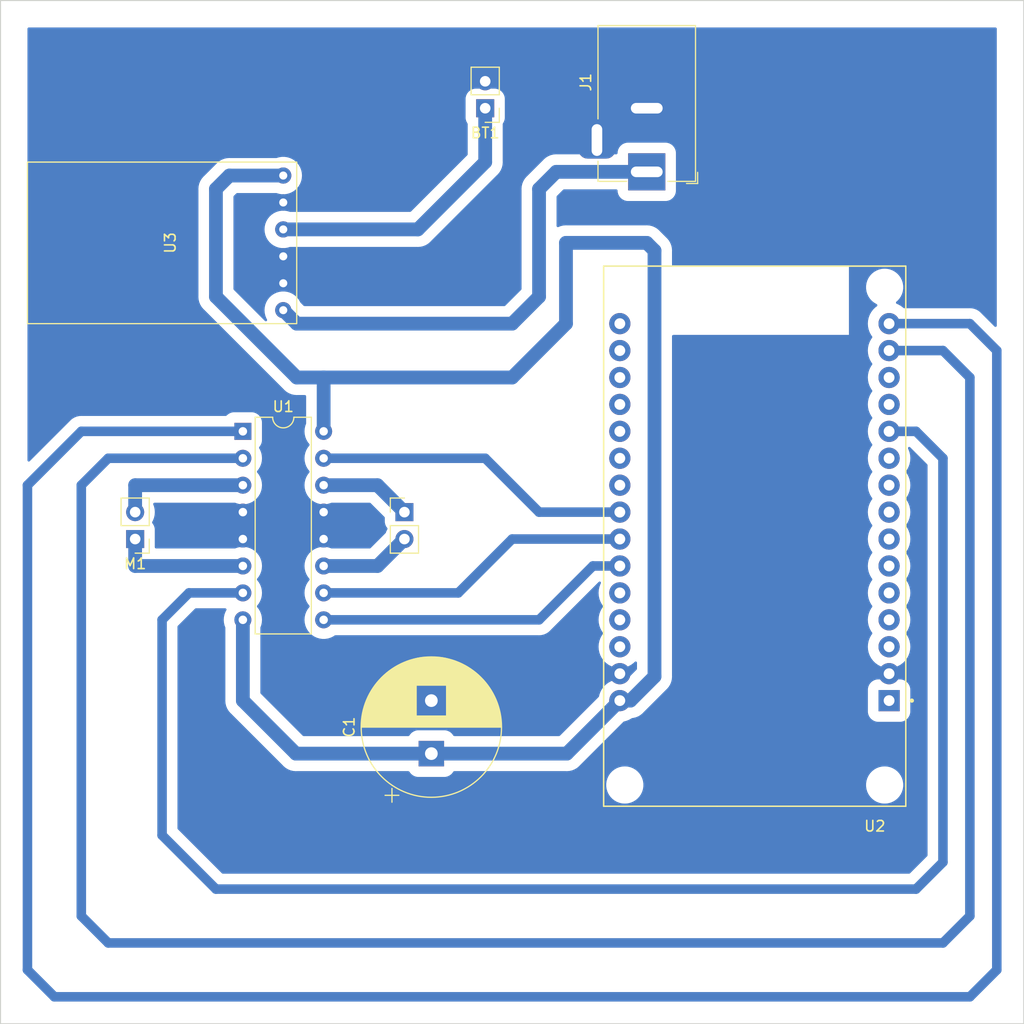
<source format=kicad_pcb>
(kicad_pcb (version 20221018) (generator pcbnew)
  (layers (0 "F.Cu" signal) (31 "B.Cu" signal) (34 "B.Paste" user) (35 "F.Paste" user) (36 "B.SilkS" user "B.Silkscreen") (37 "F.SilkS" user "F.Silkscreen") (38 "B.Mask" user) (39 "F.Mask" user) (44 "Edge.Cuts" user))
  (net 0 "")
  (net 22 "PWM1")
  (net 23 "1Y")
  (net 24 "1A")
  (net 25 "GND")
  (net 26 "2Y")
  (net 27 "2A")
  (net 28 "PWM2")
  (net 29 "4Y")
  (net 30 "3Y")
  (net 31 "3A")
  (net 32 "4A")
  (net 33 "+5V")
  (net 34 "+BATT")
  (net 35 "+VDC")
  (footprint "cd42:mh-cd42" (layer "F.Cu") (at 63.5 83.82 90)
    (fp_text reference "U3" (at 0 0.77 90 unlocked) (layer "F.SilkS"))
    (fp_text value "mh-cd42")
    (fp_rect (start -7.62 -12.7) (end 7.62 12.7) (stroke (width 0.12)) (fill none) (layer "F.SilkS"))
    (pad "1" thru_hole circle (at -6.35 11.43 90) (size 1.524 1.524) (drill 0.762) (layers "*.Cu" "*.Mask") (net 35 "+VDC"))
    (pad "2" thru_hole circle (at -3.81 11.43 90) (size 1.524 1.524) (drill 0.762) (layers "*.Cu" "*.Mask") (net 25 "GND"))
    (pad "3" thru_hole circle (at -1.27 11.43 90) (size 1.524 1.524) (drill 0.762) (layers "*.Cu" "*.Mask") (net 25 "GND"))
    (pad "4" thru_hole circle (at 1.27 11.43 90) (size 1.524 1.524) (drill 0.762) (layers "*.Cu" "*.Mask") (net 34 "+BATT"))
    (pad "5" thru_hole circle (at 3.81 11.43 90) (size 1.524 1.524) (drill 0.762) (layers "*.Cu" "*.Mask") (net 25 "GND"))
    (pad "6" thru_hole circle (at 6.35 11.43 90) (size 1.524 1.524) (drill 0.762) (layers "*.Cu" "*.Mask") (net 33 "+5V"))
  )
  (footprint "Capacitor_THT:CP_Radial_D13.0mm_P5.00mm" (layer "F.Cu") (at 88.9 132 90)
    (fp_text reference "C1" (at 2.5 -7.75 90) (layer "F.SilkS"))
    (fp_text value "1000uF")
    (fp_line (start -4.584569 -3.715) (end -3.284569 -3.715) (stroke (width 0.12)) (layer "F.SilkS"))
    (fp_line (start -3.934569 -4.365) (end -3.934569 -3.065) (stroke (width 0.12)) (layer "F.SilkS"))
    (fp_line (start 2.5 -6.58) (end 2.5 6.58) (stroke (width 0.12)) (layer "F.SilkS"))
    (fp_line (start 2.54 -6.58) (end 2.54 6.58) (stroke (width 0.12)) (layer "F.SilkS"))
    (fp_line (start 2.58 -6.58) (end 2.58 6.58) (stroke (width 0.12)) (layer "F.SilkS"))
    (fp_line (start 2.62 -6.579) (end 2.62 6.579) (stroke (width 0.12)) (layer "F.SilkS"))
    (fp_line (start 2.66 -6.579) (end 2.66 6.579) (stroke (width 0.12)) (layer "F.SilkS"))
    (fp_line (start 2.7 -6.577) (end 2.7 6.577) (stroke (width 0.12)) (layer "F.SilkS"))
    (fp_line (start 2.74 -6.576) (end 2.74 6.576) (stroke (width 0.12)) (layer "F.SilkS"))
    (fp_line (start 2.78 -6.575) (end 2.78 6.575) (stroke (width 0.12)) (layer "F.SilkS"))
    (fp_line (start 2.82 -6.573) (end 2.82 6.573) (stroke (width 0.12)) (layer "F.SilkS"))
    (fp_line (start 2.86 -6.571) (end 2.86 6.571) (stroke (width 0.12)) (layer "F.SilkS"))
    (fp_line (start 2.9 -6.568) (end 2.9 6.568) (stroke (width 0.12)) (layer "F.SilkS"))
    (fp_line (start 2.94 -6.566) (end 2.94 6.566) (stroke (width 0.12)) (layer "F.SilkS"))
    (fp_line (start 2.98 -6.563) (end 2.98 6.563) (stroke (width 0.12)) (layer "F.SilkS"))
    (fp_line (start 3.02 -6.56) (end 3.02 6.56) (stroke (width 0.12)) (layer "F.SilkS"))
    (fp_line (start 3.06 -6.557) (end 3.06 6.557) (stroke (width 0.12)) (layer "F.SilkS"))
    (fp_line (start 3.1 -6.553) (end 3.1 6.553) (stroke (width 0.12)) (layer "F.SilkS"))
    (fp_line (start 3.14 -6.549) (end 3.14 6.549) (stroke (width 0.12)) (layer "F.SilkS"))
    (fp_line (start 3.18 -6.545) (end 3.18 6.545) (stroke (width 0.12)) (layer "F.SilkS"))
    (fp_line (start 3.221 -6.541) (end 3.221 6.541) (stroke (width 0.12)) (layer "F.SilkS"))
    (fp_line (start 3.261 -6.537) (end 3.261 6.537) (stroke (width 0.12)) (layer "F.SilkS"))
    (fp_line (start 3.301 -6.532) (end 3.301 6.532) (stroke (width 0.12)) (layer "F.SilkS"))
    (fp_line (start 3.341 -6.527) (end 3.341 6.527) (stroke (width 0.12)) (layer "F.SilkS"))
    (fp_line (start 3.381 -6.522) (end 3.381 6.522) (stroke (width 0.12)) (layer "F.SilkS"))
    (fp_line (start 3.421 -6.516) (end 3.421 6.516) (stroke (width 0.12)) (layer "F.SilkS"))
    (fp_line (start 3.461 -6.511) (end 3.461 6.511) (stroke (width 0.12)) (layer "F.SilkS"))
    (fp_line (start 3.501 -6.505) (end 3.501 6.505) (stroke (width 0.12)) (layer "F.SilkS"))
    (fp_line (start 3.541 -6.498) (end 3.541 6.498) (stroke (width 0.12)) (layer "F.SilkS"))
    (fp_line (start 3.581 -6.492) (end 3.581 -1.44) (stroke (width 0.12)) (layer "F.SilkS"))
    (fp_line (start 3.581 1.44) (end 3.581 6.492) (stroke (width 0.12)) (layer "F.SilkS"))
    (fp_line (start 3.621 -6.485) (end 3.621 -1.44) (stroke (width 0.12)) (layer "F.SilkS"))
    (fp_line (start 3.621 1.44) (end 3.621 6.485) (stroke (width 0.12)) (layer "F.SilkS"))
    (fp_line (start 3.661 -6.478) (end 3.661 -1.44) (stroke (width 0.12)) (layer "F.SilkS"))
    (fp_line (start 3.661 1.44) (end 3.661 6.478) (stroke (width 0.12)) (layer "F.SilkS"))
    (fp_line (start 3.701 -6.471) (end 3.701 -1.44) (stroke (width 0.12)) (layer "F.SilkS"))
    (fp_line (start 3.701 1.44) (end 3.701 6.471) (stroke (width 0.12)) (layer "F.SilkS"))
    (fp_line (start 3.741 -6.463) (end 3.741 -1.44) (stroke (width 0.12)) (layer "F.SilkS"))
    (fp_line (start 3.741 1.44) (end 3.741 6.463) (stroke (width 0.12)) (layer "F.SilkS"))
    (fp_line (start 3.781 -6.456) (end 3.781 -1.44) (stroke (width 0.12)) (layer "F.SilkS"))
    (fp_line (start 3.781 1.44) (end 3.781 6.456) (stroke (width 0.12)) (layer "F.SilkS"))
    (fp_line (start 3.821 -6.448) (end 3.821 -1.44) (stroke (width 0.12)) (layer "F.SilkS"))
    (fp_line (start 3.821 1.44) (end 3.821 6.448) (stroke (width 0.12)) (layer "F.SilkS"))
    (fp_line (start 3.861 -6.439) (end 3.861 -1.44) (stroke (width 0.12)) (layer "F.SilkS"))
    (fp_line (start 3.861 1.44) (end 3.861 6.439) (stroke (width 0.12)) (layer "F.SilkS"))
    (fp_line (start 3.901 -6.431) (end 3.901 -1.44) (stroke (width 0.12)) (layer "F.SilkS"))
    (fp_line (start 3.901 1.44) (end 3.901 6.431) (stroke (width 0.12)) (layer "F.SilkS"))
    (fp_line (start 3.941 -6.422) (end 3.941 -1.44) (stroke (width 0.12)) (layer "F.SilkS"))
    (fp_line (start 3.941 1.44) (end 3.941 6.422) (stroke (width 0.12)) (layer "F.SilkS"))
    (fp_line (start 3.981 -6.413) (end 3.981 -1.44) (stroke (width 0.12)) (layer "F.SilkS"))
    (fp_line (start 3.981 1.44) (end 3.981 6.413) (stroke (width 0.12)) (layer "F.SilkS"))
    (fp_line (start 4.021 -6.404) (end 4.021 -1.44) (stroke (width 0.12)) (layer "F.SilkS"))
    (fp_line (start 4.021 1.44) (end 4.021 6.404) (stroke (width 0.12)) (layer "F.SilkS"))
    (fp_line (start 4.061 -6.394) (end 4.061 -1.44) (stroke (width 0.12)) (layer "F.SilkS"))
    (fp_line (start 4.061 1.44) (end 4.061 6.394) (stroke (width 0.12)) (layer "F.SilkS"))
    (fp_line (start 4.101 -6.384) (end 4.101 -1.44) (stroke (width 0.12)) (layer "F.SilkS"))
    (fp_line (start 4.101 1.44) (end 4.101 6.384) (stroke (width 0.12)) (layer "F.SilkS"))
    (fp_line (start 4.141 -6.374) (end 4.141 -1.44) (stroke (width 0.12)) (layer "F.SilkS"))
    (fp_line (start 4.141 1.44) (end 4.141 6.374) (stroke (width 0.12)) (layer "F.SilkS"))
    (fp_line (start 4.181 -6.364) (end 4.181 -1.44) (stroke (width 0.12)) (layer "F.SilkS"))
    (fp_line (start 4.181 1.44) (end 4.181 6.364) (stroke (width 0.12)) (layer "F.SilkS"))
    (fp_line (start 4.221 -6.353) (end 4.221 -1.44) (stroke (width 0.12)) (layer "F.SilkS"))
    (fp_line (start 4.221 1.44) (end 4.221 6.353) (stroke (width 0.12)) (layer "F.SilkS"))
    (fp_line (start 4.261 -6.342) (end 4.261 -1.44) (stroke (width 0.12)) (layer "F.SilkS"))
    (fp_line (start 4.261 1.44) (end 4.261 6.342) (stroke (width 0.12)) (layer "F.SilkS"))
    (fp_line (start 4.301 -6.331) (end 4.301 -1.44) (stroke (width 0.12)) (layer "F.SilkS"))
    (fp_line (start 4.301 1.44) (end 4.301 6.331) (stroke (width 0.12)) (layer "F.SilkS"))
    (fp_line (start 4.341 -6.32) (end 4.341 -1.44) (stroke (width 0.12)) (layer "F.SilkS"))
    (fp_line (start 4.341 1.44) (end 4.341 6.32) (stroke (width 0.12)) (layer "F.SilkS"))
    (fp_line (start 4.381 -6.308) (end 4.381 -1.44) (stroke (width 0.12)) (layer "F.SilkS"))
    (fp_line (start 4.381 1.44) (end 4.381 6.308) (stroke (width 0.12)) (layer "F.SilkS"))
    (fp_line (start 4.421 -6.296) (end 4.421 -1.44) (stroke (width 0.12)) (layer "F.SilkS"))
    (fp_line (start 4.421 1.44) (end 4.421 6.296) (stroke (width 0.12)) (layer "F.SilkS"))
    (fp_line (start 4.461 -6.284) (end 4.461 -1.44) (stroke (width 0.12)) (layer "F.SilkS"))
    (fp_line (start 4.461 1.44) (end 4.461 6.284) (stroke (width 0.12)) (layer "F.SilkS"))
    (fp_line (start 4.501 -6.271) (end 4.501 -1.44) (stroke (width 0.12)) (layer "F.SilkS"))
    (fp_line (start 4.501 1.44) (end 4.501 6.271) (stroke (width 0.12)) (layer "F.SilkS"))
    (fp_line (start 4.541 -6.258) (end 4.541 -1.44) (stroke (width 0.12)) (layer "F.SilkS"))
    (fp_line (start 4.541 1.44) (end 4.541 6.258) (stroke (width 0.12)) (layer "F.SilkS"))
    (fp_line (start 4.581 -6.245) (end 4.581 -1.44) (stroke (width 0.12)) (layer "F.SilkS"))
    (fp_line (start 4.581 1.44) (end 4.581 6.245) (stroke (width 0.12)) (layer "F.SilkS"))
    (fp_line (start 4.621 -6.232) (end 4.621 -1.44) (stroke (width 0.12)) (layer "F.SilkS"))
    (fp_line (start 4.621 1.44) (end 4.621 6.232) (stroke (width 0.12)) (layer "F.SilkS"))
    (fp_line (start 4.661 -6.218) (end 4.661 -1.44) (stroke (width 0.12)) (layer "F.SilkS"))
    (fp_line (start 4.661 1.44) (end 4.661 6.218) (stroke (width 0.12)) (layer "F.SilkS"))
    (fp_line (start 4.701 -6.204) (end 4.701 -1.44) (stroke (width 0.12)) (layer "F.SilkS"))
    (fp_line (start 4.701 1.44) (end 4.701 6.204) (stroke (width 0.12)) (layer "F.SilkS"))
    (fp_line (start 4.741 -6.19) (end 4.741 -1.44) (stroke (width 0.12)) (layer "F.SilkS"))
    (fp_line (start 4.741 1.44) (end 4.741 6.19) (stroke (width 0.12)) (layer "F.SilkS"))
    (fp_line (start 4.781 -6.175) (end 4.781 -1.44) (stroke (width 0.12)) (layer "F.SilkS"))
    (fp_line (start 4.781 1.44) (end 4.781 6.175) (stroke (width 0.12)) (layer "F.SilkS"))
    (fp_line (start 4.821 -6.161) (end 4.821 -1.44) (stroke (width 0.12)) (layer "F.SilkS"))
    (fp_line (start 4.821 1.44) (end 4.821 6.161) (stroke (width 0.12)) (layer "F.SilkS"))
    (fp_line (start 4.861 -6.146) (end 4.861 -1.44) (stroke (width 0.12)) (layer "F.SilkS"))
    (fp_line (start 4.861 1.44) (end 4.861 6.146) (stroke (width 0.12)) (layer "F.SilkS"))
    (fp_line (start 4.901 -6.13) (end 4.901 -1.44) (stroke (width 0.12)) (layer "F.SilkS"))
    (fp_line (start 4.901 1.44) (end 4.901 6.13) (stroke (width 0.12)) (layer "F.SilkS"))
    (fp_line (start 4.941 -6.114) (end 4.941 -1.44) (stroke (width 0.12)) (layer "F.SilkS"))
    (fp_line (start 4.941 1.44) (end 4.941 6.114) (stroke (width 0.12)) (layer "F.SilkS"))
    (fp_line (start 4.981 -6.098) (end 4.981 -1.44) (stroke (width 0.12)) (layer "F.SilkS"))
    (fp_line (start 4.981 1.44) (end 4.981 6.098) (stroke (width 0.12)) (layer "F.SilkS"))
    (fp_line (start 5.021 -6.082) (end 5.021 -1.44) (stroke (width 0.12)) (layer "F.SilkS"))
    (fp_line (start 5.021 1.44) (end 5.021 6.082) (stroke (width 0.12)) (layer "F.SilkS"))
    (fp_line (start 5.061 -6.065) (end 5.061 -1.44) (stroke (width 0.12)) (layer "F.SilkS"))
    (fp_line (start 5.061 1.44) (end 5.061 6.065) (stroke (width 0.12)) (layer "F.SilkS"))
    (fp_line (start 5.101 -6.049) (end 5.101 -1.44) (stroke (width 0.12)) (layer "F.SilkS"))
    (fp_line (start 5.101 1.44) (end 5.101 6.049) (stroke (width 0.12)) (layer "F.SilkS"))
    (fp_line (start 5.141 -6.031) (end 5.141 -1.44) (stroke (width 0.12)) (layer "F.SilkS"))
    (fp_line (start 5.141 1.44) (end 5.141 6.031) (stroke (width 0.12)) (layer "F.SilkS"))
    (fp_line (start 5.181 -6.014) (end 5.181 -1.44) (stroke (width 0.12)) (layer "F.SilkS"))
    (fp_line (start 5.181 1.44) (end 5.181 6.014) (stroke (width 0.12)) (layer "F.SilkS"))
    (fp_line (start 5.221 -5.996) (end 5.221 -1.44) (stroke (width 0.12)) (layer "F.SilkS"))
    (fp_line (start 5.221 1.44) (end 5.221 5.996) (stroke (width 0.12)) (layer "F.SilkS"))
    (fp_line (start 5.261 -5.978) (end 5.261 -1.44) (stroke (width 0.12)) (layer "F.SilkS"))
    (fp_line (start 5.261 1.44) (end 5.261 5.978) (stroke (width 0.12)) (layer "F.SilkS"))
    (fp_line (start 5.301 -5.959) (end 5.301 -1.44) (stroke (width 0.12)) (layer "F.SilkS"))
    (fp_line (start 5.301 1.44) (end 5.301 5.959) (stroke (width 0.12)) (layer "F.SilkS"))
    (fp_line (start 5.341 -5.94) (end 5.341 -1.44) (stroke (width 0.12)) (layer "F.SilkS"))
    (fp_line (start 5.341 1.44) (end 5.341 5.94) (stroke (width 0.12)) (layer "F.SilkS"))
    (fp_line (start 5.381 -5.921) (end 5.381 -1.44) (stroke (width 0.12)) (layer "F.SilkS"))
    (fp_line (start 5.381 1.44) (end 5.381 5.921) (stroke (width 0.12)) (layer "F.SilkS"))
    (fp_line (start 5.421 -5.902) (end 5.421 -1.44) (stroke (width 0.12)) (layer "F.SilkS"))
    (fp_line (start 5.421 1.44) (end 5.421 5.902) (stroke (width 0.12)) (layer "F.SilkS"))
    (fp_line (start 5.461 -5.882) (end 5.461 -1.44) (stroke (width 0.12)) (layer "F.SilkS"))
    (fp_line (start 5.461 1.44) (end 5.461 5.882) (stroke (width 0.12)) (layer "F.SilkS"))
    (fp_line (start 5.501 -5.862) (end 5.501 -1.44) (stroke (width 0.12)) (layer "F.SilkS"))
    (fp_line (start 5.501 1.44) (end 5.501 5.862) (stroke (width 0.12)) (layer "F.SilkS"))
    (fp_line (start 5.541 -5.841) (end 5.541 -1.44) (stroke (width 0.12)) (layer "F.SilkS"))
    (fp_line (start 5.541 1.44) (end 5.541 5.841) (stroke (width 0.12)) (layer "F.SilkS"))
    (fp_line (start 5.581 -5.82) (end 5.581 -1.44) (stroke (width 0.12)) (layer "F.SilkS"))
    (fp_line (start 5.581 1.44) (end 5.581 5.82) (stroke (width 0.12)) (layer "F.SilkS"))
    (fp_line (start 5.621 -5.799) (end 5.621 -1.44) (stroke (width 0.12)) (layer "F.SilkS"))
    (fp_line (start 5.621 1.44) (end 5.621 5.799) (stroke (width 0.12)) (layer "F.SilkS"))
    (fp_line (start 5.661 -5.778) (end 5.661 -1.44) (stroke (width 0.12)) (layer "F.SilkS"))
    (fp_line (start 5.661 1.44) (end 5.661 5.778) (stroke (width 0.12)) (layer "F.SilkS"))
    (fp_line (start 5.701 -5.756) (end 5.701 -1.44) (stroke (width 0.12)) (layer "F.SilkS"))
    (fp_line (start 5.701 1.44) (end 5.701 5.756) (stroke (width 0.12)) (layer "F.SilkS"))
    (fp_line (start 5.741 -5.733) (end 5.741 -1.44) (stroke (width 0.12)) (layer "F.SilkS"))
    (fp_line (start 5.741 1.44) (end 5.741 5.733) (stroke (width 0.12)) (layer "F.SilkS"))
    (fp_line (start 5.781 -5.711) (end 5.781 -1.44) (stroke (width 0.12)) (layer "F.SilkS"))
    (fp_line (start 5.781 1.44) (end 5.781 5.711) (stroke (width 0.12)) (layer "F.SilkS"))
    (fp_line (start 5.821 -5.688) (end 5.821 -1.44) (stroke (width 0.12)) (layer "F.SilkS"))
    (fp_line (start 5.821 1.44) (end 5.821 5.688) (stroke (width 0.12)) (layer "F.SilkS"))
    (fp_line (start 5.861 -5.664) (end 5.861 -1.44) (stroke (width 0.12)) (layer "F.SilkS"))
    (fp_line (start 5.861 1.44) (end 5.861 5.664) (stroke (width 0.12)) (layer "F.SilkS"))
    (fp_line (start 5.901 -5.641) (end 5.901 -1.44) (stroke (width 0.12)) (layer "F.SilkS"))
    (fp_line (start 5.901 1.44) (end 5.901 5.641) (stroke (width 0.12)) (layer "F.SilkS"))
    (fp_line (start 5.941 -5.617) (end 5.941 -1.44) (stroke (width 0.12)) (layer "F.SilkS"))
    (fp_line (start 5.941 1.44) (end 5.941 5.617) (stroke (width 0.12)) (layer "F.SilkS"))
    (fp_line (start 5.981 -5.592) (end 5.981 -1.44) (stroke (width 0.12)) (layer "F.SilkS"))
    (fp_line (start 5.981 1.44) (end 5.981 5.592) (stroke (width 0.12)) (layer "F.SilkS"))
    (fp_line (start 6.021 -5.567) (end 6.021 -1.44) (stroke (width 0.12)) (layer "F.SilkS"))
    (fp_line (start 6.021 1.44) (end 6.021 5.567) (stroke (width 0.12)) (layer "F.SilkS"))
    (fp_line (start 6.061 -5.542) (end 6.061 -1.44) (stroke (width 0.12)) (layer "F.SilkS"))
    (fp_line (start 6.061 1.44) (end 6.061 5.542) (stroke (width 0.12)) (layer "F.SilkS"))
    (fp_line (start 6.101 -5.516) (end 6.101 -1.44) (stroke (width 0.12)) (layer "F.SilkS"))
    (fp_line (start 6.101 1.44) (end 6.101 5.516) (stroke (width 0.12)) (layer "F.SilkS"))
    (fp_line (start 6.141 -5.49) (end 6.141 -1.44) (stroke (width 0.12)) (layer "F.SilkS"))
    (fp_line (start 6.141 1.44) (end 6.141 5.49) (stroke (width 0.12)) (layer "F.SilkS"))
    (fp_line (start 6.181 -5.463) (end 6.181 -1.44) (stroke (width 0.12)) (layer "F.SilkS"))
    (fp_line (start 6.181 1.44) (end 6.181 5.463) (stroke (width 0.12)) (layer "F.SilkS"))
    (fp_line (start 6.221 -5.436) (end 6.221 -1.44) (stroke (width 0.12)) (layer "F.SilkS"))
    (fp_line (start 6.221 1.44) (end 6.221 5.436) (stroke (width 0.12)) (layer "F.SilkS"))
    (fp_line (start 6.261 -5.409) (end 6.261 -1.44) (stroke (width 0.12)) (layer "F.SilkS"))
    (fp_line (start 6.261 1.44) (end 6.261 5.409) (stroke (width 0.12)) (layer "F.SilkS"))
    (fp_line (start 6.301 -5.381) (end 6.301 -1.44) (stroke (width 0.12)) (layer "F.SilkS"))
    (fp_line (start 6.301 1.44) (end 6.301 5.381) (stroke (width 0.12)) (layer "F.SilkS"))
    (fp_line (start 6.341 -5.353) (end 6.341 -1.44) (stroke (width 0.12)) (layer "F.SilkS"))
    (fp_line (start 6.341 1.44) (end 6.341 5.353) (stroke (width 0.12)) (layer "F.SilkS"))
    (fp_line (start 6.381 -5.324) (end 6.381 -1.44) (stroke (width 0.12)) (layer "F.SilkS"))
    (fp_line (start 6.381 1.44) (end 6.381 5.324) (stroke (width 0.12)) (layer "F.SilkS"))
    (fp_line (start 6.421 -5.295) (end 6.421 -1.44) (stroke (width 0.12)) (layer "F.SilkS"))
    (fp_line (start 6.421 1.44) (end 6.421 5.295) (stroke (width 0.12)) (layer "F.SilkS"))
    (fp_line (start 6.461 -5.265) (end 6.461 5.265) (stroke (width 0.12)) (layer "F.SilkS"))
    (fp_line (start 6.501 -5.235) (end 6.501 5.235) (stroke (width 0.12)) (layer "F.SilkS"))
    (fp_line (start 6.541 -5.205) (end 6.541 5.205) (stroke (width 0.12)) (layer "F.SilkS"))
    (fp_line (start 6.581 -5.174) (end 6.581 5.174) (stroke (width 0.12)) (layer "F.SilkS"))
    (fp_line (start 6.621 -5.142) (end 6.621 5.142) (stroke (width 0.12)) (layer "F.SilkS"))
    (fp_line (start 6.661 -5.11) (end 6.661 5.11) (stroke (width 0.12)) (layer "F.SilkS"))
    (fp_line (start 6.701 -5.078) (end 6.701 5.078) (stroke (width 0.12)) (layer "F.SilkS"))
    (fp_line (start 6.741 -5.044) (end 6.741 5.044) (stroke (width 0.12)) (layer "F.SilkS"))
    (fp_line (start 6.781 -5.011) (end 6.781 5.011) (stroke (width 0.12)) (layer "F.SilkS"))
    (fp_line (start 6.821 -4.977) (end 6.821 4.977) (stroke (width 0.12)) (layer "F.SilkS"))
    (fp_line (start 6.861 -4.942) (end 6.861 4.942) (stroke (width 0.12)) (layer "F.SilkS"))
    (fp_line (start 6.901 -4.907) (end 6.901 4.907) (stroke (width 0.12)) (layer "F.SilkS"))
    (fp_line (start 6.941 -4.871) (end 6.941 4.871) (stroke (width 0.12)) (layer "F.SilkS"))
    (fp_line (start 6.981 -4.834) (end 6.981 4.834) (stroke (width 0.12)) (layer "F.SilkS"))
    (fp_line (start 7.021 -4.797) (end 7.021 4.797) (stroke (width 0.12)) (layer "F.SilkS"))
    (fp_line (start 7.061 -4.76) (end 7.061 4.76) (stroke (width 0.12)) (layer "F.SilkS"))
    (fp_line (start 7.101 -4.721) (end 7.101 4.721) (stroke (width 0.12)) (layer "F.SilkS"))
    (fp_line (start 7.141 -4.682) (end 7.141 4.682) (stroke (width 0.12)) (layer "F.SilkS"))
    (fp_line (start 7.181 -4.643) (end 7.181 4.643) (stroke (width 0.12)) (layer "F.SilkS"))
    (fp_line (start 7.221 -4.602) (end 7.221 4.602) (stroke (width 0.12)) (layer "F.SilkS"))
    (fp_line (start 7.261 -4.561) (end 7.261 4.561) (stroke (width 0.12)) (layer "F.SilkS"))
    (fp_line (start 7.301 -4.519) (end 7.301 4.519) (stroke (width 0.12)) (layer "F.SilkS"))
    (fp_line (start 7.341 -4.477) (end 7.341 4.477) (stroke (width 0.12)) (layer "F.SilkS"))
    (fp_line (start 7.381 -4.434) (end 7.381 4.434) (stroke (width 0.12)) (layer "F.SilkS"))
    (fp_line (start 7.421 -4.39) (end 7.421 4.39) (stroke (width 0.12)) (layer "F.SilkS"))
    (fp_line (start 7.461 -4.345) (end 7.461 4.345) (stroke (width 0.12)) (layer "F.SilkS"))
    (fp_line (start 7.501 -4.299) (end 7.501 4.299) (stroke (width 0.12)) (layer "F.SilkS"))
    (fp_line (start 7.541 -4.253) (end 7.541 4.253) (stroke (width 0.12)) (layer "F.SilkS"))
    (fp_line (start 7.581 -4.205) (end 7.581 4.205) (stroke (width 0.12)) (layer "F.SilkS"))
    (fp_line (start 7.621 -4.157) (end 7.621 4.157) (stroke (width 0.12)) (layer "F.SilkS"))
    (fp_line (start 7.661 -4.108) (end 7.661 4.108) (stroke (width 0.12)) (layer "F.SilkS"))
    (fp_line (start 7.701 -4.057) (end 7.701 4.057) (stroke (width 0.12)) (layer "F.SilkS"))
    (fp_line (start 7.741 -4.006) (end 7.741 4.006) (stroke (width 0.12)) (layer "F.SilkS"))
    (fp_line (start 7.781 -3.954) (end 7.781 3.954) (stroke (width 0.12)) (layer "F.SilkS"))
    (fp_line (start 7.821 -3.9) (end 7.821 3.9) (stroke (width 0.12)) (layer "F.SilkS"))
    (fp_line (start 7.861 -3.846) (end 7.861 3.846) (stroke (width 0.12)) (layer "F.SilkS"))
    (fp_line (start 7.901 -3.79) (end 7.901 3.79) (stroke (width 0.12)) (layer "F.SilkS"))
    (fp_line (start 7.941 -3.733) (end 7.941 3.733) (stroke (width 0.12)) (layer "F.SilkS"))
    (fp_line (start 7.981 -3.675) (end 7.981 3.675) (stroke (width 0.12)) (layer "F.SilkS"))
    (fp_line (start 8.021 -3.615) (end 8.021 3.615) (stroke (width 0.12)) (layer "F.SilkS"))
    (fp_line (start 8.061 -3.554) (end 8.061 3.554) (stroke (width 0.12)) (layer "F.SilkS"))
    (fp_line (start 8.101 -3.491) (end 8.101 3.491) (stroke (width 0.12)) (layer "F.SilkS"))
    (fp_line (start 8.141 -3.427) (end 8.141 3.427) (stroke (width 0.12)) (layer "F.SilkS"))
    (fp_line (start 8.181 -3.361) (end 8.181 3.361) (stroke (width 0.12)) (layer "F.SilkS"))
    (fp_line (start 8.221 -3.293) (end 8.221 3.293) (stroke (width 0.12)) (layer "F.SilkS"))
    (fp_line (start 8.261 -3.223) (end 8.261 3.223) (stroke (width 0.12)) (layer "F.SilkS"))
    (fp_line (start 8.301 -3.152) (end 8.301 3.152) (stroke (width 0.12)) (layer "F.SilkS"))
    (fp_line (start 8.341 -3.078) (end 8.341 3.078) (stroke (width 0.12)) (layer "F.SilkS"))
    (fp_line (start 8.381 -3.002) (end 8.381 3.002) (stroke (width 0.12)) (layer "F.SilkS"))
    (fp_line (start 8.421 -2.923) (end 8.421 2.923) (stroke (width 0.12)) (layer "F.SilkS"))
    (fp_line (start 8.461 -2.842) (end 8.461 2.842) (stroke (width 0.12)) (layer "F.SilkS"))
    (fp_line (start 8.501 -2.758) (end 8.501 2.758) (stroke (width 0.12)) (layer "F.SilkS"))
    (fp_line (start 8.541 -2.67) (end 8.541 2.67) (stroke (width 0.12)) (layer "F.SilkS"))
    (fp_line (start 8.581 -2.579) (end 8.581 2.579) (stroke (width 0.12)) (layer "F.SilkS"))
    (fp_line (start 8.621 -2.484) (end 8.621 2.484) (stroke (width 0.12)) (layer "F.SilkS"))
    (fp_line (start 8.661 -2.385) (end 8.661 2.385) (stroke (width 0.12)) (layer "F.SilkS"))
    (fp_line (start 8.701 -2.281) (end 8.701 2.281) (stroke (width 0.12)) (layer "F.SilkS"))
    (fp_line (start 8.741 -2.171) (end 8.741 2.171) (stroke (width 0.12)) (layer "F.SilkS"))
    (fp_line (start 8.781 -2.055) (end 8.781 2.055) (stroke (width 0.12)) (layer "F.SilkS"))
    (fp_line (start 8.821 -1.931) (end 8.821 1.931) (stroke (width 0.12)) (layer "F.SilkS"))
    (fp_line (start 8.861 -1.798) (end 8.861 1.798) (stroke (width 0.12)) (layer "F.SilkS"))
    (fp_line (start 8.901 -1.653) (end 8.901 1.653) (stroke (width 0.12)) (layer "F.SilkS"))
    (fp_line (start 8.941 -1.494) (end 8.941 1.494) (stroke (width 0.12)) (layer "F.SilkS"))
    (fp_line (start 8.981 -1.315) (end 8.981 1.315) (stroke (width 0.12)) (layer "F.SilkS"))
    (fp_line (start 9.021 -1.107) (end 9.021 1.107) (stroke (width 0.12)) (layer "F.SilkS"))
    (fp_line (start 9.061 -0.85) (end 9.061 0.85) (stroke (width 0.12)) (layer "F.SilkS"))
    (fp_line (start 9.101 -0.475) (end 9.101 0.475) (stroke (width 0.12)) (layer "F.SilkS"))
    (fp_circle (center 2.5 0) (end 9.12 0) (stroke (width 0.12)) (fill none) (layer "F.SilkS"))
    (pad "1" thru_hole rect (at 0 0 90) (size 2.4 2.4) (drill 1.2) (layers "*.Cu" "*.Mask") (net 33 "+5V"))
    (pad "2" thru_hole circle (at 5 0 90) (size 2.4 2.4) (drill 1.2) (layers "*.Cu" "*.Mask") (net 25 "GND"))
  )
  (footprint "Package_DIP:DIP-16_W7.62mm" (layer "F.Cu") (at 71.12 101.6)
    (fp_text reference "U1" (at 3.81 -2.33) (layer "F.SilkS"))
    (fp_text value "L293D")
    (fp_line (start 1.16 -1.33) (end 1.16 19.11) (stroke (width 0.12)) (layer "F.SilkS"))
    (fp_line (start 1.16 19.11) (end 6.46 19.11) (stroke (width 0.12)) (layer "F.SilkS"))
    (fp_line (start 2.81 -1.33) (end 1.16 -1.33) (stroke (width 0.12)) (layer "F.SilkS"))
    (fp_line (start 6.46 -1.33) (end 4.81 -1.33) (stroke (width 0.12)) (layer "F.SilkS"))
    (fp_line (start 6.46 19.11) (end 6.46 -1.33) (stroke (width 0.12)) (layer "F.SilkS"))
    (fp_arc (start 4.81 -1.33) (mid 3.81 -0.33) (end 2.81 -1.33) (stroke (width 0.12)) (layer "F.SilkS"))
    (pad "1" thru_hole rect (at 0 0) (size 1.6 1.6) (drill 0.8) (layers "*.Cu" "*.Mask") (net 22 "PWM1"))
    (pad "2" thru_hole oval (at 0 2.54) (size 1.6 1.6) (drill 0.8) (layers "*.Cu" "*.Mask") (net 24 "1A"))
    (pad "3" thru_hole oval (at 0 5.08) (size 1.6 1.6) (drill 0.8) (layers "*.Cu" "*.Mask") (net 23 "1Y"))
    (pad "4" thru_hole oval (at 0 7.62) (size 1.6 1.6) (drill 0.8) (layers "*.Cu" "*.Mask") (net 25 "GND"))
    (pad "5" thru_hole oval (at 0 10.16) (size 1.6 1.6) (drill 0.8) (layers "*.Cu" "*.Mask") (net 25 "GND"))
    (pad "6" thru_hole oval (at 0 12.7) (size 1.6 1.6) (drill 0.8) (layers "*.Cu" "*.Mask") (net 26 "2Y"))
    (pad "7" thru_hole oval (at 0 15.24) (size 1.6 1.6) (drill 0.8) (layers "*.Cu" "*.Mask") (net 27 "2A"))
    (pad "8" thru_hole oval (at 0 17.78) (size 1.6 1.6) (drill 0.8) (layers "*.Cu" "*.Mask") (net 33 "+5V"))
    (pad "9" thru_hole oval (at 7.62 17.78) (size 1.6 1.6) (drill 0.8) (layers "*.Cu" "*.Mask") (net 28 "PWM2"))
    (pad "10" thru_hole oval (at 7.62 15.24) (size 1.6 1.6) (drill 0.8) (layers "*.Cu" "*.Mask") (net 31 "3A"))
    (pad "11" thru_hole oval (at 7.62 12.7) (size 1.6 1.6) (drill 0.8) (layers "*.Cu" "*.Mask") (net 30 "3Y"))
    (pad "12" thru_hole oval (at 7.62 10.16) (size 1.6 1.6) (drill 0.8) (layers "*.Cu" "*.Mask") (net 25 "GND"))
    (pad "13" thru_hole oval (at 7.62 7.62) (size 1.6 1.6) (drill 0.8) (layers "*.Cu" "*.Mask") (net 25 "GND"))
    (pad "14" thru_hole oval (at 7.62 5.08) (size 1.6 1.6) (drill 0.8) (layers "*.Cu" "*.Mask") (net 29 "4Y"))
    (pad "15" thru_hole oval (at 7.62 2.54) (size 1.6 1.6) (drill 0.8) (layers "*.Cu" "*.Mask") (net 32 "4A"))
    (pad "16" thru_hole oval (at 7.62 0) (size 1.6 1.6) (drill 0.8) (layers "*.Cu" "*.Mask") (net 33 "+5V"))
  )
  (footprint "Connector_PinHeader_2.54mm:PinHeader_1x02_P2.54mm_Vertical" (layer "F.Cu") (at 60.96 111.76 180)
    (fp_text reference "M1" (at 0 -2.33) (layer "F.SilkS"))
    (fp_text value "Motor_DC")
    (fp_line (start -1.33 -1.33) (end 0 -1.33) (stroke (width 0.12)) (layer "F.SilkS"))
    (fp_line (start -1.33 0) (end -1.33 -1.33) (stroke (width 0.12)) (layer "F.SilkS"))
    (fp_line (start -1.33 1.27) (end -1.33 3.87) (stroke (width 0.12)) (layer "F.SilkS"))
    (fp_line (start -1.33 1.27) (end 1.33 1.27) (stroke (width 0.12)) (layer "F.SilkS"))
    (fp_line (start -1.33 3.87) (end 1.33 3.87) (stroke (width 0.12)) (layer "F.SilkS"))
    (fp_line (start 1.33 1.27) (end 1.33 3.87) (stroke (width 0.12)) (layer "F.SilkS"))
    (pad "1" thru_hole rect (at 0 0 180) (size 1.7 1.7) (drill 1) (layers "*.Cu" "*.Mask") (net 26 "2Y"))
    (pad "2" thru_hole oval (at 0 2.54 180) (size 1.7 1.7) (drill 1) (layers "*.Cu" "*.Mask") (net 23 "1Y"))
  )
  (footprint "ESP32-DEVKIT-V1:MODULE_ESP32_DEVKIT_V1" (layer "F.Cu") (at 119.38 111.485 180)
    (fp_text reference "U2" (at -11.355 -27.36) (layer "F.SilkS"))
    (fp_text value "ESP32-DEVKIT-V1")
    (fp_line (start -14.28 -25.475) (end -3.211 -25.475) (stroke (width 0.127)) (layer "F.SilkS"))
    (fp_line (start -14.28 -25.475) (end 14.23 -25.475) (stroke (width 0.127)) (layer "F.SilkS"))
    (fp_line (start -14.28 25.475) (end -14.28 -25.475) (stroke (width 0.127)) (layer "F.SilkS"))
    (fp_line (start -14.28 25.475) (end -14.28 -25.475) (stroke (width 0.127)) (layer "F.SilkS"))
    (fp_line (start -14.28 25.475) (end -8.91 25.475) (stroke (width 0.127)) (layer "F.SilkS"))
    (fp_line (start -8.91 25.475) (end 8.78 25.475) (stroke (width 0.127)) (layer "F.SilkS"))
    (fp_line (start -3.211 -25.475) (end 3.5 -25.475) (stroke (width 0.127)) (layer "F.SilkS"))
    (fp_line (start 3.5 -25.475) (end 14.23 -25.475) (stroke (width 0.127)) (layer "F.SilkS"))
    (fp_line (start 8.78 25.475) (end 14.23 25.475) (stroke (width 0.127)) (layer "F.SilkS"))
    (fp_line (start 14.23 -25.475) (end 14.23 25.475) (stroke (width 0.127)) (layer "F.SilkS"))
    (fp_line (start 14.23 -25.475) (end 14.23 25.475) (stroke (width 0.127)) (layer "F.SilkS"))
    (fp_line (start 14.23 25.475) (end -14.28 25.475) (stroke (width 0.127)) (layer "F.SilkS"))
    (fp_circle (center -14.85 -15.515) (end -14.75 -15.515) (stroke (width 0.2)) (fill none) (layer "F.SilkS"))
    (pad "" np_thru_hole circle (at -12.28 -23.475 180) (size 3 3) (drill 3) (layers "*.Cu" "*.Mask"))
    (pad "" np_thru_hole circle (at -12.28 23.475 180) (size 3 3) (drill 3) (layers "*.Cu" "*.Mask"))
    (pad "" np_thru_hole circle (at 12.23 -23.475 180) (size 3 3) (drill 3) (layers "*.Cu" "*.Mask"))
    (pad "" np_thru_hole circle (at 12.23 23.475 180) (size 3 3) (drill 3) (layers "*.Cu" "*.Mask"))
    (pad "1" thru_hole rect (at -12.7 -15.515 180) (size 2 2) (drill 1.02) (layers "*.Cu" "*.Mask"))
    (pad "2" thru_hole circle (at -12.7 -12.975 180) (size 2 2) (drill 1.02) (layers "*.Cu" "*.Mask") (net 25 "GND"))
    (pad "3" thru_hole circle (at -12.7 -10.435 180) (size 2 2) (drill 1.02) (layers "*.Cu" "*.Mask"))
    (pad "4" thru_hole circle (at -12.7 -7.895 180) (size 2 2) (drill 1.02) (layers "*.Cu" "*.Mask"))
    (pad "5" thru_hole circle (at -12.7 -5.355 180) (size 2 2) (drill 1.02) (layers "*.Cu" "*.Mask"))
    (pad "6" thru_hole circle (at -12.7 -2.815 180) (size 2 2) (drill 1.02) (layers "*.Cu" "*.Mask"))
    (pad "7" thru_hole circle (at -12.7 -0.275 180) (size 2 2) (drill 1.02) (layers "*.Cu" "*.Mask"))
    (pad "8" thru_hole circle (at -12.7 2.265 180) (size 2 2) (drill 1.02) (layers "*.Cu" "*.Mask"))
    (pad "9" thru_hole circle (at -12.7 4.805 180) (size 2 2) (drill 1.02) (layers "*.Cu" "*.Mask"))
    (pad "10" thru_hole circle (at -12.7 7.345 180) (size 2 2) (drill 1.02) (layers "*.Cu" "*.Mask"))
    (pad "11" thru_hole circle (at -12.7 9.885 180) (size 2 2) (drill 1.02) (layers "*.Cu" "*.Mask") (net 27 "2A"))
    (pad "12" thru_hole circle (at -12.7 12.425 180) (size 2 2) (drill 1.02) (layers "*.Cu" "*.Mask"))
    (pad "13" thru_hole circle (at -12.7 14.965 180) (size 2 2) (drill 1.02) (layers "*.Cu" "*.Mask"))
    (pad "14" thru_hole circle (at -12.7 17.505 180) (size 2 2) (drill 1.02) (layers "*.Cu" "*.Mask") (net 24 "1A"))
    (pad "15" thru_hole circle (at -12.7 20.045 180) (size 2 2) (drill 1.02) (layers "*.Cu" "*.Mask") (net 22 "PWM1"))
    (pad "16" thru_hole circle (at 12.7 20.045 180) (size 2 2) (drill 1.02) (layers "*.Cu" "*.Mask"))
    (pad "17" thru_hole circle (at 12.7 17.505 180) (size 2 2) (drill 1.02) (layers "*.Cu" "*.Mask"))
    (pad "18" thru_hole circle (at 12.7 14.965 180) (size 2 2) (drill 1.02) (layers "*.Cu" "*.Mask"))
    (pad "19" thru_hole circle (at 12.7 12.425 180) (size 2 2) (drill 1.02) (layers "*.Cu" "*.Mask"))
    (pad "20" thru_hole circle (at 12.7 9.885 180) (size 2 2) (drill 1.02) (layers "*.Cu" "*.Mask"))
    (pad "21" thru_hole circle (at 12.7 7.345 180) (size 2 2) (drill 1.02) (layers "*.Cu" "*.Mask"))
    (pad "22" thru_hole circle (at 12.7 4.805 180) (size 2 2) (drill 1.02) (layers "*.Cu" "*.Mask"))
    (pad "23" thru_hole circle (at 12.7 2.265 180) (size 2 2) (drill 1.02) (layers "*.Cu" "*.Mask") (net 32 "4A"))
    (pad "24" thru_hole circle (at 12.7 -0.275 180) (size 2 2) (drill 1.02) (layers "*.Cu" "*.Mask") (net 31 "3A"))
    (pad "25" thru_hole circle (at 12.7 -2.815 180) (size 2 2) (drill 1.02) (layers "*.Cu" "*.Mask") (net 28 "PWM2"))
    (pad "26" thru_hole circle (at 12.7 -5.355 180) (size 2 2) (drill 1.02) (layers "*.Cu" "*.Mask"))
    (pad "27" thru_hole circle (at 12.7 -7.895 180) (size 2 2) (drill 1.02) (layers "*.Cu" "*.Mask"))
    (pad "28" thru_hole circle (at 12.7 -10.435 180) (size 2 2) (drill 1.02) (layers "*.Cu" "*.Mask"))
    (pad "29" thru_hole circle (at 12.7 -12.975 180) (size 2 2) (drill 1.02) (layers "*.Cu" "*.Mask") (net 25 "GND"))
    (pad "30" thru_hole circle (at 12.7 -15.515 180) (size 2 2) (drill 1.02) (layers "*.Cu" "*.Mask") (net 33 "+5V"))
    (zone (net 0) (net_name "") (layer "B.Cu") (connect_pads (clearance 0)) (min_thickness 0.01)
      (keepout (tracks not_allowed) (vias not_allowed) (pads not_allowed) (copperpour not_allowed) (footprints allowed))
      (fill (thermal_gap 0.508) (thermal_bridge_width 0.508))
      (polygon (pts (xy 128.29 92.5) (xy 110.6 92.5) (xy 110.6 86.01) (xy 128.29 86.01)))
    )
  )
  (footprint "Connector_PinHeader_2.54mm:PinHeader_1x02_P2.54mm_Vertical" (layer "F.Cu") (at 93.98 71.12 180)
    (fp_text reference "BT1" (at 0 -2.33) (layer "F.SilkS"))
    (fp_text value "Battery")
    (fp_line (start -1.33 -1.33) (end 0 -1.33) (stroke (width 0.12)) (layer "F.SilkS"))
    (fp_line (start -1.33 0) (end -1.33 -1.33) (stroke (width 0.12)) (layer "F.SilkS"))
    (fp_line (start -1.33 1.27) (end -1.33 3.87) (stroke (width 0.12)) (layer "F.SilkS"))
    (fp_line (start -1.33 1.27) (end 1.33 1.27) (stroke (width 0.12)) (layer "F.SilkS"))
    (fp_line (start -1.33 3.87) (end 1.33 3.87) (stroke (width 0.12)) (layer "F.SilkS"))
    (fp_line (start 1.33 1.27) (end 1.33 3.87) (stroke (width 0.12)) (layer "F.SilkS"))
    (pad "1" thru_hole rect (at 0 0 180) (size 1.7 1.7) (drill 1) (layers "*.Cu" "*.Mask") (net 34 "+BATT"))
    (pad "2" thru_hole oval (at 0 2.54 180) (size 1.7 1.7) (drill 1) (layers "*.Cu" "*.Mask") (net 25 "GND"))
  )
  (footprint "Connector_BarrelJack:BarrelJack_Horizontal" (layer "F.Cu") (at 109.22 77.12 -90)
    (fp_text reference "J1" (at -8.45 5.75 90) (layer "F.SilkS"))
    (fp_text value "Barrel_Jack_Switch_Pin3Ring")
    (fp_line (start -13.8 -4.6) (end 0.9 -4.6) (stroke (width 0.12)) (layer "F.SilkS"))
    (fp_line (start -13.8 4.6) (end -13.8 -4.6) (stroke (width 0.12)) (layer "F.SilkS"))
    (fp_line (start -5 4.6) (end -13.8 4.6) (stroke (width 0.12)) (layer "F.SilkS"))
    (fp_line (start 0.05 -4.8) (end 1.1 -4.8) (stroke (width 0.12)) (layer "F.SilkS"))
    (fp_line (start 0.9 -4.6) (end 0.9 -2) (stroke (width 0.12)) (layer "F.SilkS"))
    (fp_line (start 0.9 1.9) (end 0.9 4.6) (stroke (width 0.12)) (layer "F.SilkS"))
    (fp_line (start 0.9 4.6) (end -1 4.6) (stroke (width 0.12)) (layer "F.SilkS"))
    (fp_line (start 1.1 -3.75) (end 1.1 -4.8) (stroke (width 0.12)) (layer "F.SilkS"))
    (pad "1" thru_hole rect (at 0 0 270) (size 3.5 3.5) (drill oval 1 3) (layers "*.Cu" "*.Mask") (net 35 "+VDC"))
    (pad "2" thru_hole roundrect (at -6 0 270) (size 3 3.5) (drill oval 1 3) (layers "*.Cu" "*.Mask") (net 25 "GND"))
    (pad "3" thru_hole roundrect (at -3 4.7 270) (size 3.5 3.5) (drill oval 3 1) (layers "*.Cu" "*.Mask") (net 25 "GND"))
  )
  (footprint "Connector_PinHeader_2.54mm:PinHeader_1x02_P2.54mm_Vertical" (layer "F.Cu") (at 86.36 109.22)
    (fp_text reference "M2" hide)
    (fp_text value "Motor_DC" hide)
    (fp_line (start -1.33 -1.33) (end 0 -1.33) (stroke (width 0.12)) (layer "F.SilkS"))
    (fp_line (start -1.33 0) (end -1.33 -1.33) (stroke (width 0.12)) (layer "F.SilkS"))
    (fp_line (start -1.33 1.27) (end -1.33 3.87) (stroke (width 0.12)) (layer "F.SilkS"))
    (fp_line (start -1.33 1.27) (end 1.33 1.27) (stroke (width 0.12)) (layer "F.SilkS"))
    (fp_line (start -1.33 3.87) (end 1.33 3.87) (stroke (width 0.12)) (layer "F.SilkS"))
    (fp_line (start 1.33 1.27) (end 1.33 3.87) (stroke (width 0.12)) (layer "F.SilkS"))
    (pad "1" thru_hole rect (at 0 0) (size 1.7 1.7) (drill 1) (layers "*.Cu" "*.Mask") (net 29 "4Y"))
    (pad "2" thru_hole oval (at 0 2.54) (size 1.7 1.7) (drill 1) (layers "*.Cu" "*.Mask") (net 30 "3Y"))
  )
  (gr_rect (start 48.26 60.96) (end 144.78 157.48) (stroke (width 0.1)) (fill none) (layer "Edge.Cuts"))
  (segment (start 139.7 154.94) (end 142.24 152.4) (width 0.9) (layer "B.Cu") (net 22))
  (segment (start 71.12 101.6) (end 55.88 101.6) (width 0.9) (layer "B.Cu") (net 22))
  (segment (start 50.8 106.68) (end 50.8 152.4) (width 0.9) (layer "B.Cu") (net 22))
  (segment (start 142.24 152.4) (end 142.24 93.98) (width 0.9) (layer "B.Cu") (net 22))
  (segment (start 142.24 93.98) (end 139.7 91.44) (width 0.9) (layer "B.Cu") (net 22))
  (segment (start 53.34 154.94) (end 139.7 154.94) (width 0.9) (layer "B.Cu") (net 22))
  (segment (start 139.7 91.44) (end 132.08 91.44) (width 0.9) (layer "B.Cu") (net 22))
  (segment (start 50.8 152.4) (end 53.34 154.94) (width 0.9) (layer "B.Cu") (net 22))
  (segment (start 55.88 101.6) (end 50.8 106.68) (width 0.9) (layer "B.Cu") (net 22))
  (segment (start 60.96 106.68) (end 60.96 109.22) (width 1.3) (layer "B.Cu") (net 23))
  (segment (start 71.12 106.68) (end 60.96 106.68) (width 1.3) (layer "B.Cu") (net 23))
  (segment (start 139.7 96.52) (end 137.16 93.98) (width 0.9) (layer "B.Cu") (net 24))
  (segment (start 55.88 147.32) (end 58.42 149.86) (width 0.9) (layer "B.Cu") (net 24))
  (segment (start 139.7 147.32) (end 139.7 96.52) (width 0.9) (layer "B.Cu") (net 24))
  (segment (start 137.16 149.86) (end 139.7 147.32) (width 0.9) (layer "B.Cu") (net 24))
  (segment (start 71.12 104.14) (end 58.42 104.14) (width 0.9) (layer "B.Cu") (net 24))
  (segment (start 137.16 93.98) (end 132.08 93.98) (width 0.9) (layer "B.Cu") (net 24))
  (segment (start 58.42 149.86) (end 137.16 149.86) (width 0.9) (layer "B.Cu") (net 24))
  (segment (start 58.42 104.14) (end 55.88 106.68) (width 0.9) (layer "B.Cu") (net 24))
  (segment (start 55.88 106.68) (end 55.88 147.32) (width 0.9) (layer "B.Cu") (net 24))
  (segment (start 60.96 111.76) (end 60.96 114.3) (width 1.3) (layer "B.Cu") (net 26))
  (segment (start 60.96 114.3) (end 71.12 114.3) (width 1.3) (layer "B.Cu") (net 26))
  (segment (start 66.04 116.84) (end 63.5 119.38) (width 0.9) (layer "B.Cu") (net 27))
  (segment (start 134.62 101.6) (end 132.08 101.6) (width 0.9) (layer "B.Cu") (net 27))
  (segment (start 63.5 119.38) (end 63.5 139.7) (width 0.9) (layer "B.Cu") (net 27))
  (segment (start 68.58 144.78) (end 134.62 144.78) (width 0.9) (layer "B.Cu") (net 27))
  (segment (start 137.16 104.14) (end 134.62 101.6) (width 0.9) (layer "B.Cu") (net 27))
  (segment (start 71.12 116.84) (end 66.04 116.84) (width 0.9) (layer "B.Cu") (net 27))
  (segment (start 134.62 144.78) (end 137.16 142.24) (width 0.9) (layer "B.Cu") (net 27))
  (segment (start 137.16 142.24) (end 137.16 104.14) (width 0.9) (layer "B.Cu") (net 27))
  (segment (start 63.5 139.7) (end 68.58 144.78) (width 0.9) (layer "B.Cu") (net 27))
  (segment (start 106.68 114.3) (end 104.14 114.3) (width 0.9) (layer "B.Cu") (net 28))
  (segment (start 104.14 114.3) (end 99.06 119.38) (width 0.9) (layer "B.Cu") (net 28))
  (segment (start 99.06 119.38) (end 78.74 119.38) (width 0.9) (layer "B.Cu") (net 28))
  (segment (start 78.74 106.68) (end 83.82 106.68) (width 1.3) (layer "B.Cu") (net 29))
  (segment (start 83.82 106.68) (end 86.36 109.22) (width 1.3) (layer "B.Cu") (net 29))
  (segment (start 83.82 114.3) (end 86.36 111.76) (width 1.3) (layer "B.Cu") (net 30))
  (segment (start 78.74 114.3) (end 83.82 114.3) (width 1.3) (layer "B.Cu") (net 30))
  (segment (start 96.52 111.76) (end 106.68 111.76) (width 0.9) (layer "B.Cu") (net 31))
  (segment (start 96.52 111.76) (end 91.44 116.84) (width 0.9) (layer "B.Cu") (net 31))
  (segment (start 78.74 116.84) (end 91.44 116.84) (width 0.9) (layer "B.Cu") (net 31))
  (segment (start 78.74 104.14) (end 93.98 104.14) (width 0.9) (layer "B.Cu") (net 32))
  (segment (start 99.06 109.22) (end 106.68 109.22) (width 0.9) (layer "B.Cu") (net 32))
  (segment (start 99.06 109.22) (end 93.98 104.14) (width 0.9) (layer "B.Cu") (net 32))
  (segment (start 68.58 88.9) (end 68.58 78.74) (width 1.3) (layer "B.Cu") (net 33))
  (segment (start 76.12 132) (end 88.9 132) (width 1.3) (layer "B.Cu") (net 33))
  (segment (start 78.74 96.52) (end 96.52 96.52) (width 1.3) (layer "B.Cu") (net 33))
  (segment (start 101.6 83.82) (end 109.22 83.82) (width 1.3) (layer "B.Cu") (net 33))
  (segment (start 68.58 78.74) (end 69.85 77.47) (width 1.3) (layer "B.Cu") (net 33))
  (segment (start 101.6 91.44) (end 101.6 83.82) (width 1.3) (layer "B.Cu") (net 33))
  (segment (start 78.74 96.52) (end 78.74 101.6) (width 1.3) (layer "B.Cu") (net 33))
  (segment (start 71.12 127) (end 76.12 132) (width 1.3) (layer "B.Cu") (net 33))
  (segment (start 109.22 83.82) (end 109.95 84.55) (width 1.3) (layer "B.Cu") (net 33))
  (segment (start 107.68 127) (end 106.68 127) (width 1.3) (layer "B.Cu") (net 33))
  (segment (start 71.12 119.38) (end 71.12 127) (width 1.3) (layer "B.Cu") (net 33))
  (segment (start 69.85 77.47) (end 74.93 77.47) (width 1.3) (layer "B.Cu") (net 33))
  (segment (start 106.68 127) (end 101.68 132) (width 1.3) (layer "B.Cu") (net 33))
  (segment (start 109.95 124.73) (end 107.68 127) (width 1.3) (layer "B.Cu") (net 33))
  (segment (start 76.2 96.52) (end 68.58 88.9) (width 1.3) (layer "B.Cu") (net 33))
  (segment (start 96.52 96.52) (end 101.6 91.44) (width 1.3) (layer "B.Cu") (net 33))
  (segment (start 101.68 132) (end 88.9 132) (width 1.3) (layer "B.Cu") (net 33))
  (segment (start 109.95 84.55) (end 109.95 124.73) (width 1.3) (layer "B.Cu") (net 33))
  (segment (start 78.74 96.52) (end 76.2 96.52) (width 1.3) (layer "B.Cu") (net 33))
  (segment (start 87.63 82.55) (end 93.98 76.2) (width 1.3) (layer "B.Cu") (net 34))
  (segment (start 93.98 76.2) (end 93.98 71.12) (width 1.3) (layer "B.Cu") (net 34))
  (segment (start 74.93 82.55) (end 87.63 82.55) (width 1.3) (layer "B.Cu") (net 34))
  (segment (start 109.22 77.12) (end 100.68 77.12) (width 1.3) (layer "B.Cu") (net 35))
  (segment (start 99.06 78.74) (end 99.06 88.9) (width 1.3) (layer "B.Cu") (net 35))
  (segment (start 96.52 91.44) (end 76.2 91.44) (width 1.3) (layer "B.Cu") (net 35))
  (segment (start 100.68 77.12) (end 99.06 78.74) (width 1.3) (layer "B.Cu") (net 35))
  (segment (start 96.52 91.44) (end 99.06 88.9) (width 1.3) (layer "B.Cu") (net 35))
  (segment (start 76.2 91.44) (end 74.93 90.17) (width 1.3) (layer "B.Cu") (net 35))
  (zone (net 25) (net_name "GND") (layer "B.Cu") (connect_pads yes (clearance 1)) (min_thickness 0.25) (fill yes (thermal_gap 0.5) (thermal_bridge_width 0.5))
    (polygon (pts (xy 50.8 63.5) (xy 142.24 63.5) (xy 142.24 157.48) (xy 50.8 157.48)))
  )
)
</source>
